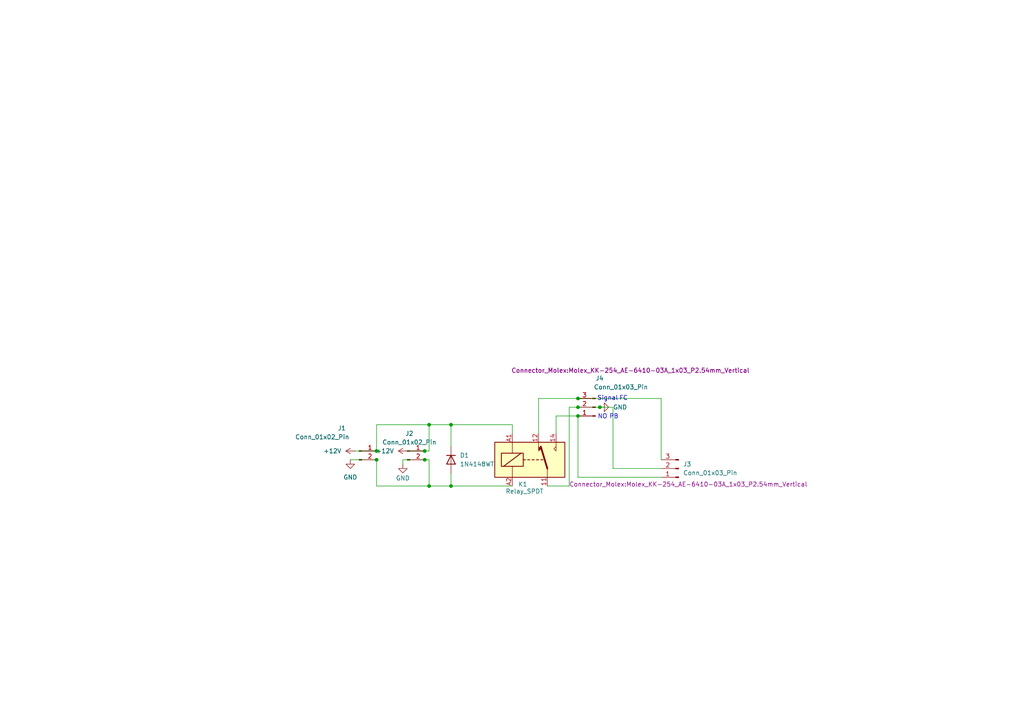
<source format=kicad_sch>
(kicad_sch
	(version 20250114)
	(generator "eeschema")
	(generator_version "9.0")
	(uuid "6b5e11c5-042c-4871-8828-d1d1e7f237a0")
	(paper "A4")
	(lib_symbols
		(symbol "Connector:Conn_01x02_Pin"
			(pin_names
				(offset 1.016)
				(hide yes)
			)
			(exclude_from_sim no)
			(in_bom yes)
			(on_board yes)
			(property "Reference" "J"
				(at 0 2.54 0)
				(effects
					(font
						(size 1.27 1.27)
					)
				)
			)
			(property "Value" "Conn_01x02_Pin"
				(at 0 -5.08 0)
				(effects
					(font
						(size 1.27 1.27)
					)
				)
			)
			(property "Footprint" ""
				(at 0 0 0)
				(effects
					(font
						(size 1.27 1.27)
					)
					(hide yes)
				)
			)
			(property "Datasheet" "~"
				(at 0 0 0)
				(effects
					(font
						(size 1.27 1.27)
					)
					(hide yes)
				)
			)
			(property "Description" "Generic connector, single row, 01x02, script generated"
				(at 0 0 0)
				(effects
					(font
						(size 1.27 1.27)
					)
					(hide yes)
				)
			)
			(property "ki_locked" ""
				(at 0 0 0)
				(effects
					(font
						(size 1.27 1.27)
					)
				)
			)
			(property "ki_keywords" "connector"
				(at 0 0 0)
				(effects
					(font
						(size 1.27 1.27)
					)
					(hide yes)
				)
			)
			(property "ki_fp_filters" "Connector*:*_1x??_*"
				(at 0 0 0)
				(effects
					(font
						(size 1.27 1.27)
					)
					(hide yes)
				)
			)
			(symbol "Conn_01x02_Pin_1_1"
				(rectangle
					(start 0.8636 0.127)
					(end 0 -0.127)
					(stroke
						(width 0.1524)
						(type default)
					)
					(fill
						(type outline)
					)
				)
				(rectangle
					(start 0.8636 -2.413)
					(end 0 -2.667)
					(stroke
						(width 0.1524)
						(type default)
					)
					(fill
						(type outline)
					)
				)
				(polyline
					(pts
						(xy 1.27 0) (xy 0.8636 0)
					)
					(stroke
						(width 0.1524)
						(type default)
					)
					(fill
						(type none)
					)
				)
				(polyline
					(pts
						(xy 1.27 -2.54) (xy 0.8636 -2.54)
					)
					(stroke
						(width 0.1524)
						(type default)
					)
					(fill
						(type none)
					)
				)
				(pin passive line
					(at 5.08 0 180)
					(length 3.81)
					(name "Pin_1"
						(effects
							(font
								(size 1.27 1.27)
							)
						)
					)
					(number "1"
						(effects
							(font
								(size 1.27 1.27)
							)
						)
					)
				)
				(pin passive line
					(at 5.08 -2.54 180)
					(length 3.81)
					(name "Pin_2"
						(effects
							(font
								(size 1.27 1.27)
							)
						)
					)
					(number "2"
						(effects
							(font
								(size 1.27 1.27)
							)
						)
					)
				)
			)
			(embedded_fonts no)
		)
		(symbol "Connector:Conn_01x03_Pin"
			(pin_names
				(offset 1.016)
				(hide yes)
			)
			(exclude_from_sim no)
			(in_bom yes)
			(on_board yes)
			(property "Reference" "J"
				(at 0 5.08 0)
				(effects
					(font
						(size 1.27 1.27)
					)
				)
			)
			(property "Value" "Conn_01x03_Pin"
				(at 0 -5.08 0)
				(effects
					(font
						(size 1.27 1.27)
					)
				)
			)
			(property "Footprint" ""
				(at 0 0 0)
				(effects
					(font
						(size 1.27 1.27)
					)
					(hide yes)
				)
			)
			(property "Datasheet" "~"
				(at 0 0 0)
				(effects
					(font
						(size 1.27 1.27)
					)
					(hide yes)
				)
			)
			(property "Description" "Generic connector, single row, 01x03, script generated"
				(at 0 0 0)
				(effects
					(font
						(size 1.27 1.27)
					)
					(hide yes)
				)
			)
			(property "ki_locked" ""
				(at 0 0 0)
				(effects
					(font
						(size 1.27 1.27)
					)
				)
			)
			(property "ki_keywords" "connector"
				(at 0 0 0)
				(effects
					(font
						(size 1.27 1.27)
					)
					(hide yes)
				)
			)
			(property "ki_fp_filters" "Connector*:*_1x??_*"
				(at 0 0 0)
				(effects
					(font
						(size 1.27 1.27)
					)
					(hide yes)
				)
			)
			(symbol "Conn_01x03_Pin_1_1"
				(rectangle
					(start 0.8636 2.667)
					(end 0 2.413)
					(stroke
						(width 0.1524)
						(type default)
					)
					(fill
						(type outline)
					)
				)
				(rectangle
					(start 0.8636 0.127)
					(end 0 -0.127)
					(stroke
						(width 0.1524)
						(type default)
					)
					(fill
						(type outline)
					)
				)
				(rectangle
					(start 0.8636 -2.413)
					(end 0 -2.667)
					(stroke
						(width 0.1524)
						(type default)
					)
					(fill
						(type outline)
					)
				)
				(polyline
					(pts
						(xy 1.27 2.54) (xy 0.8636 2.54)
					)
					(stroke
						(width 0.1524)
						(type default)
					)
					(fill
						(type none)
					)
				)
				(polyline
					(pts
						(xy 1.27 0) (xy 0.8636 0)
					)
					(stroke
						(width 0.1524)
						(type default)
					)
					(fill
						(type none)
					)
				)
				(polyline
					(pts
						(xy 1.27 -2.54) (xy 0.8636 -2.54)
					)
					(stroke
						(width 0.1524)
						(type default)
					)
					(fill
						(type none)
					)
				)
				(pin passive line
					(at 5.08 2.54 180)
					(length 3.81)
					(name "Pin_1"
						(effects
							(font
								(size 1.27 1.27)
							)
						)
					)
					(number "1"
						(effects
							(font
								(size 1.27 1.27)
							)
						)
					)
				)
				(pin passive line
					(at 5.08 0 180)
					(length 3.81)
					(name "Pin_2"
						(effects
							(font
								(size 1.27 1.27)
							)
						)
					)
					(number "2"
						(effects
							(font
								(size 1.27 1.27)
							)
						)
					)
				)
				(pin passive line
					(at 5.08 -2.54 180)
					(length 3.81)
					(name "Pin_3"
						(effects
							(font
								(size 1.27 1.27)
							)
						)
					)
					(number "3"
						(effects
							(font
								(size 1.27 1.27)
							)
						)
					)
				)
			)
			(embedded_fonts no)
		)
		(symbol "Diode:1N4148WT"
			(pin_numbers
				(hide yes)
			)
			(pin_names
				(hide yes)
			)
			(exclude_from_sim no)
			(in_bom yes)
			(on_board yes)
			(property "Reference" "D"
				(at 0 2.54 0)
				(effects
					(font
						(size 1.27 1.27)
					)
				)
			)
			(property "Value" "1N4148WT"
				(at 0 -2.54 0)
				(effects
					(font
						(size 1.27 1.27)
					)
				)
			)
			(property "Footprint" "Diode_SMD:D_SOD-523"
				(at 0 -4.445 0)
				(effects
					(font
						(size 1.27 1.27)
					)
					(hide yes)
				)
			)
			(property "Datasheet" "https://www.diodes.com/assets/Datasheets/ds30396.pdf"
				(at 0 0 0)
				(effects
					(font
						(size 1.27 1.27)
					)
					(hide yes)
				)
			)
			(property "Description" "75V 0.15A Fast switching Diode, SOD-523"
				(at 0 0 0)
				(effects
					(font
						(size 1.27 1.27)
					)
					(hide yes)
				)
			)
			(property "Sim.Device" "D"
				(at 0 0 0)
				(effects
					(font
						(size 1.27 1.27)
					)
					(hide yes)
				)
			)
			(property "Sim.Pins" "1=K 2=A"
				(at 0 0 0)
				(effects
					(font
						(size 1.27 1.27)
					)
					(hide yes)
				)
			)
			(property "ki_keywords" "diode"
				(at 0 0 0)
				(effects
					(font
						(size 1.27 1.27)
					)
					(hide yes)
				)
			)
			(property "ki_fp_filters" "D*SOD?523*"
				(at 0 0 0)
				(effects
					(font
						(size 1.27 1.27)
					)
					(hide yes)
				)
			)
			(symbol "1N4148WT_0_1"
				(polyline
					(pts
						(xy -1.27 1.27) (xy -1.27 -1.27)
					)
					(stroke
						(width 0.254)
						(type default)
					)
					(fill
						(type none)
					)
				)
				(polyline
					(pts
						(xy 1.27 1.27) (xy 1.27 -1.27) (xy -1.27 0) (xy 1.27 1.27)
					)
					(stroke
						(width 0.254)
						(type default)
					)
					(fill
						(type none)
					)
				)
				(polyline
					(pts
						(xy 1.27 0) (xy -1.27 0)
					)
					(stroke
						(width 0)
						(type default)
					)
					(fill
						(type none)
					)
				)
			)
			(symbol "1N4148WT_1_1"
				(pin passive line
					(at -3.81 0 0)
					(length 2.54)
					(name "K"
						(effects
							(font
								(size 1.27 1.27)
							)
						)
					)
					(number "1"
						(effects
							(font
								(size 1.27 1.27)
							)
						)
					)
				)
				(pin passive line
					(at 3.81 0 180)
					(length 2.54)
					(name "A"
						(effects
							(font
								(size 1.27 1.27)
							)
						)
					)
					(number "2"
						(effects
							(font
								(size 1.27 1.27)
							)
						)
					)
				)
			)
			(embedded_fonts no)
		)
		(symbol "Relay:Relay_SPDT"
			(exclude_from_sim no)
			(in_bom yes)
			(on_board yes)
			(property "Reference" "K"
				(at 11.43 3.81 0)
				(effects
					(font
						(size 1.27 1.27)
					)
					(justify left)
				)
			)
			(property "Value" "Relay_SPDT"
				(at 11.43 1.27 0)
				(effects
					(font
						(size 1.27 1.27)
					)
					(justify left)
				)
			)
			(property "Footprint" ""
				(at 11.43 -1.27 0)
				(effects
					(font
						(size 1.27 1.27)
					)
					(justify left)
					(hide yes)
				)
			)
			(property "Datasheet" "~"
				(at 0 0 0)
				(effects
					(font
						(size 1.27 1.27)
					)
					(hide yes)
				)
			)
			(property "Description" "Relay SPDT, monostable, EN50005"
				(at 0 0 0)
				(effects
					(font
						(size 1.27 1.27)
					)
					(hide yes)
				)
			)
			(property "ki_keywords" "1P2T 1-Form-C single pole throw"
				(at 0 0 0)
				(effects
					(font
						(size 1.27 1.27)
					)
					(hide yes)
				)
			)
			(property "ki_fp_filters" "Relay?SPDT*"
				(at 0 0 0)
				(effects
					(font
						(size 1.27 1.27)
					)
					(hide yes)
				)
			)
			(symbol "Relay_SPDT_0_0"
				(polyline
					(pts
						(xy 7.62 5.08) (xy 7.62 2.54) (xy 6.985 3.175) (xy 7.62 3.81)
					)
					(stroke
						(width 0)
						(type default)
					)
					(fill
						(type none)
					)
				)
			)
			(symbol "Relay_SPDT_0_1"
				(rectangle
					(start -10.16 5.08)
					(end 10.16 -5.08)
					(stroke
						(width 0.254)
						(type default)
					)
					(fill
						(type background)
					)
				)
				(rectangle
					(start -8.255 1.905)
					(end -1.905 -1.905)
					(stroke
						(width 0.254)
						(type default)
					)
					(fill
						(type none)
					)
				)
				(polyline
					(pts
						(xy -7.62 -1.905) (xy -2.54 1.905)
					)
					(stroke
						(width 0.254)
						(type default)
					)
					(fill
						(type none)
					)
				)
				(polyline
					(pts
						(xy -5.08 5.08) (xy -5.08 1.905)
					)
					(stroke
						(width 0)
						(type default)
					)
					(fill
						(type none)
					)
				)
				(polyline
					(pts
						(xy -5.08 -5.08) (xy -5.08 -1.905)
					)
					(stroke
						(width 0)
						(type default)
					)
					(fill
						(type none)
					)
				)
				(polyline
					(pts
						(xy -1.905 0) (xy -1.27 0)
					)
					(stroke
						(width 0.254)
						(type default)
					)
					(fill
						(type none)
					)
				)
				(polyline
					(pts
						(xy -0.635 0) (xy 0 0)
					)
					(stroke
						(width 0.254)
						(type default)
					)
					(fill
						(type none)
					)
				)
				(polyline
					(pts
						(xy 0.635 0) (xy 1.27 0)
					)
					(stroke
						(width 0.254)
						(type default)
					)
					(fill
						(type none)
					)
				)
				(polyline
					(pts
						(xy 1.905 0) (xy 2.54 0)
					)
					(stroke
						(width 0.254)
						(type default)
					)
					(fill
						(type none)
					)
				)
				(polyline
					(pts
						(xy 2.54 5.08) (xy 2.54 2.54) (xy 3.175 3.175) (xy 2.54 3.81)
					)
					(stroke
						(width 0)
						(type default)
					)
					(fill
						(type outline)
					)
				)
				(polyline
					(pts
						(xy 3.175 0) (xy 3.81 0)
					)
					(stroke
						(width 0.254)
						(type default)
					)
					(fill
						(type none)
					)
				)
				(polyline
					(pts
						(xy 5.08 -2.54) (xy 3.175 3.81)
					)
					(stroke
						(width 0.508)
						(type default)
					)
					(fill
						(type none)
					)
				)
				(polyline
					(pts
						(xy 5.08 -2.54) (xy 5.08 -5.08)
					)
					(stroke
						(width 0)
						(type default)
					)
					(fill
						(type none)
					)
				)
			)
			(symbol "Relay_SPDT_1_1"
				(pin passive line
					(at -5.08 7.62 270)
					(length 2.54)
					(name "~"
						(effects
							(font
								(size 1.27 1.27)
							)
						)
					)
					(number "A1"
						(effects
							(font
								(size 1.27 1.27)
							)
						)
					)
				)
				(pin passive line
					(at -5.08 -7.62 90)
					(length 2.54)
					(name "~"
						(effects
							(font
								(size 1.27 1.27)
							)
						)
					)
					(number "A2"
						(effects
							(font
								(size 1.27 1.27)
							)
						)
					)
				)
				(pin passive line
					(at 2.54 7.62 270)
					(length 2.54)
					(name "~"
						(effects
							(font
								(size 1.27 1.27)
							)
						)
					)
					(number "12"
						(effects
							(font
								(size 1.27 1.27)
							)
						)
					)
				)
				(pin passive line
					(at 5.08 -7.62 90)
					(length 2.54)
					(name "~"
						(effects
							(font
								(size 1.27 1.27)
							)
						)
					)
					(number "11"
						(effects
							(font
								(size 1.27 1.27)
							)
						)
					)
				)
				(pin passive line
					(at 7.62 7.62 270)
					(length 2.54)
					(name "~"
						(effects
							(font
								(size 1.27 1.27)
							)
						)
					)
					(number "14"
						(effects
							(font
								(size 1.27 1.27)
							)
						)
					)
				)
			)
			(embedded_fonts no)
		)
		(symbol "power:+12V"
			(power)
			(pin_numbers
				(hide yes)
			)
			(pin_names
				(offset 0)
				(hide yes)
			)
			(exclude_from_sim no)
			(in_bom yes)
			(on_board yes)
			(property "Reference" "#PWR"
				(at 0 -3.81 0)
				(effects
					(font
						(size 1.27 1.27)
					)
					(hide yes)
				)
			)
			(property "Value" "+12V"
				(at 0 3.556 0)
				(effects
					(font
						(size 1.27 1.27)
					)
				)
			)
			(property "Footprint" ""
				(at 0 0 0)
				(effects
					(font
						(size 1.27 1.27)
					)
					(hide yes)
				)
			)
			(property "Datasheet" ""
				(at 0 0 0)
				(effects
					(font
						(size 1.27 1.27)
					)
					(hide yes)
				)
			)
			(property "Description" "Power symbol creates a global label with name \"+12V\""
				(at 0 0 0)
				(effects
					(font
						(size 1.27 1.27)
					)
					(hide yes)
				)
			)
			(property "ki_keywords" "global power"
				(at 0 0 0)
				(effects
					(font
						(size 1.27 1.27)
					)
					(hide yes)
				)
			)
			(symbol "+12V_0_1"
				(polyline
					(pts
						(xy -0.762 1.27) (xy 0 2.54)
					)
					(stroke
						(width 0)
						(type default)
					)
					(fill
						(type none)
					)
				)
				(polyline
					(pts
						(xy 0 2.54) (xy 0.762 1.27)
					)
					(stroke
						(width 0)
						(type default)
					)
					(fill
						(type none)
					)
				)
				(polyline
					(pts
						(xy 0 0) (xy 0 2.54)
					)
					(stroke
						(width 0)
						(type default)
					)
					(fill
						(type none)
					)
				)
			)
			(symbol "+12V_1_1"
				(pin power_in line
					(at 0 0 90)
					(length 0)
					(name "~"
						(effects
							(font
								(size 1.27 1.27)
							)
						)
					)
					(number "1"
						(effects
							(font
								(size 1.27 1.27)
							)
						)
					)
				)
			)
			(embedded_fonts no)
		)
		(symbol "power:GND"
			(power)
			(pin_numbers
				(hide yes)
			)
			(pin_names
				(offset 0)
				(hide yes)
			)
			(exclude_from_sim no)
			(in_bom yes)
			(on_board yes)
			(property "Reference" "#PWR"
				(at 0 -6.35 0)
				(effects
					(font
						(size 1.27 1.27)
					)
					(hide yes)
				)
			)
			(property "Value" "GND"
				(at 0 -3.81 0)
				(effects
					(font
						(size 1.27 1.27)
					)
				)
			)
			(property "Footprint" ""
				(at 0 0 0)
				(effects
					(font
						(size 1.27 1.27)
					)
					(hide yes)
				)
			)
			(property "Datasheet" ""
				(at 0 0 0)
				(effects
					(font
						(size 1.27 1.27)
					)
					(hide yes)
				)
			)
			(property "Description" "Power symbol creates a global label with name \"GND\" , ground"
				(at 0 0 0)
				(effects
					(font
						(size 1.27 1.27)
					)
					(hide yes)
				)
			)
			(property "ki_keywords" "global power"
				(at 0 0 0)
				(effects
					(font
						(size 1.27 1.27)
					)
					(hide yes)
				)
			)
			(symbol "GND_0_1"
				(polyline
					(pts
						(xy 0 0) (xy 0 -1.27) (xy 1.27 -1.27) (xy 0 -2.54) (xy -1.27 -1.27) (xy 0 -1.27)
					)
					(stroke
						(width 0)
						(type default)
					)
					(fill
						(type none)
					)
				)
			)
			(symbol "GND_1_1"
				(pin power_in line
					(at 0 0 270)
					(length 0)
					(name "~"
						(effects
							(font
								(size 1.27 1.27)
							)
						)
					)
					(number "1"
						(effects
							(font
								(size 1.27 1.27)
							)
						)
					)
				)
			)
			(embedded_fonts no)
		)
	)
	(text "Signal"
		(exclude_from_sim no)
		(at 176.276 115.57 0)
		(effects
			(font
				(size 1.27 1.27)
			)
		)
		(uuid "26745a48-4f1b-4dea-a828-0dd59909b98a")
	)
	(text "NO"
		(exclude_from_sim no)
		(at 174.752 120.904 0)
		(effects
			(font
				(size 1.27 1.27)
			)
		)
		(uuid "db07c55b-726a-45e7-ab01-de0e3347cb28")
	)
	(text "FC"
		(exclude_from_sim no)
		(at 180.848 115.57 0)
		(effects
			(font
				(size 1.27 1.27)
			)
		)
		(uuid "fe579416-436f-405e-9733-b7216a610f50")
	)
	(text "PB"
		(exclude_from_sim no)
		(at 178.054 120.904 0)
		(effects
			(font
				(size 1.27 1.27)
			)
		)
		(uuid "ff9c6b2f-71bd-4a3c-bf62-cbe95bb40a79")
	)
	(junction
		(at 167.64 115.57)
		(diameter 0)
		(color 0 0 0 0)
		(uuid "0c1e038c-60b5-46b7-a1a7-792044dfd387")
	)
	(junction
		(at 167.64 120.65)
		(diameter 0)
		(color 0 0 0 0)
		(uuid "0c46406c-206f-45d4-bfdf-c2be843d18b5")
	)
	(junction
		(at 124.46 123.19)
		(diameter 0)
		(color 0 0 0 0)
		(uuid "11ae1b81-83fb-47fe-b025-2f4886fda3a5")
	)
	(junction
		(at 123.19 130.81)
		(diameter 0)
		(color 0 0 0 0)
		(uuid "2b2bc290-2871-4f67-b0cf-5d05c3801dcb")
	)
	(junction
		(at 167.64 118.11)
		(diameter 0)
		(color 0 0 0 0)
		(uuid "3109b2e5-0ada-4eb0-a9d6-182377324e63")
	)
	(junction
		(at 123.19 133.35)
		(diameter 0)
		(color 0 0 0 0)
		(uuid "89d40e4e-dfba-438a-93f2-e8c5f77ede58")
	)
	(junction
		(at 109.22 130.81)
		(diameter 0)
		(color 0 0 0 0)
		(uuid "8e069f54-fdae-45c5-ba6d-007e6def640a")
	)
	(junction
		(at 130.81 140.97)
		(diameter 0)
		(color 0 0 0 0)
		(uuid "9e4626c5-030c-4023-ad81-9ffc62b7acb3")
	)
	(junction
		(at 173.99 118.11)
		(diameter 0)
		(color 0 0 0 0)
		(uuid "b13efec2-3787-45fe-8e56-9a687ce93300")
	)
	(junction
		(at 130.81 123.19)
		(diameter 0)
		(color 0 0 0 0)
		(uuid "b1e9bcc2-fb9c-415d-b04a-a156cc2664f1")
	)
	(junction
		(at 124.46 140.97)
		(diameter 0)
		(color 0 0 0 0)
		(uuid "c585efeb-5621-4d22-8467-0836e104f1a1")
	)
	(junction
		(at 109.22 133.35)
		(diameter 0)
		(color 0 0 0 0)
		(uuid "f263d952-41b9-4f0a-914f-4ba3314c0f3e")
	)
	(wire
		(pts
			(xy 130.81 123.19) (xy 148.59 123.19)
		)
		(stroke
			(width 0)
			(type default)
		)
		(uuid "04b2500e-3031-451e-8213-c39d4ed53a14")
	)
	(wire
		(pts
			(xy 167.64 120.65) (xy 167.64 138.43)
		)
		(stroke
			(width 0)
			(type default)
		)
		(uuid "059d67b2-b375-4a1b-94bc-8382ef081f90")
	)
	(wire
		(pts
			(xy 109.22 140.97) (xy 124.46 140.97)
		)
		(stroke
			(width 0)
			(type default)
		)
		(uuid "05da71e8-9e4d-4a8e-83c7-bf31891954ff")
	)
	(wire
		(pts
			(xy 109.22 130.81) (xy 109.22 123.19)
		)
		(stroke
			(width 0)
			(type default)
		)
		(uuid "12672dbd-ea4a-423e-89b4-82107c1fa259")
	)
	(wire
		(pts
			(xy 167.64 120.65) (xy 161.29 120.65)
		)
		(stroke
			(width 0)
			(type default)
		)
		(uuid "185169f3-b4e1-4043-ba09-586f8a9f205a")
	)
	(wire
		(pts
			(xy 116.84 133.35) (xy 116.84 134.62)
		)
		(stroke
			(width 0)
			(type default)
		)
		(uuid "1cfb9ef1-d0e8-44cc-b4ed-8204e4d1e2df")
	)
	(wire
		(pts
			(xy 124.46 130.81) (xy 123.19 130.81)
		)
		(stroke
			(width 0)
			(type default)
		)
		(uuid "2697be7a-89ec-4ea9-8f3c-b74098e8b85f")
	)
	(wire
		(pts
			(xy 177.8 135.89) (xy 191.77 135.89)
		)
		(stroke
			(width 0)
			(type default)
		)
		(uuid "2f4c32fc-db32-4d72-90f7-7bdec462653f")
	)
	(wire
		(pts
			(xy 130.81 123.19) (xy 130.81 129.54)
		)
		(stroke
			(width 0)
			(type default)
		)
		(uuid "2f53ffd8-8e36-4cfb-b7bb-5fa066278f48")
	)
	(wire
		(pts
			(xy 167.64 118.11) (xy 165.1 118.11)
		)
		(stroke
			(width 0)
			(type default)
		)
		(uuid "36a8c143-bdf7-4cc0-b241-9c16941aa859")
	)
	(wire
		(pts
			(xy 167.64 118.11) (xy 173.99 118.11)
		)
		(stroke
			(width 0)
			(type default)
		)
		(uuid "3994e1ac-a523-4432-8de5-5e7584b4503b")
	)
	(wire
		(pts
			(xy 116.84 133.35) (xy 123.19 133.35)
		)
		(stroke
			(width 0)
			(type default)
		)
		(uuid "3a3cb7ee-0ce0-4197-99b2-e0ed8678274e")
	)
	(wire
		(pts
			(xy 123.19 133.35) (xy 124.46 133.35)
		)
		(stroke
			(width 0)
			(type default)
		)
		(uuid "3d233338-cce9-4a8f-9624-e287677138b5")
	)
	(wire
		(pts
			(xy 109.22 123.19) (xy 124.46 123.19)
		)
		(stroke
			(width 0)
			(type default)
		)
		(uuid "3f1854e4-794c-4e22-b024-e2cb0be9dd59")
	)
	(wire
		(pts
			(xy 167.64 138.43) (xy 191.77 138.43)
		)
		(stroke
			(width 0)
			(type default)
		)
		(uuid "5290eea0-c663-4617-b3ea-d053688049ab")
	)
	(wire
		(pts
			(xy 101.6 133.35) (xy 109.22 133.35)
		)
		(stroke
			(width 0)
			(type default)
		)
		(uuid "569cd129-8e0a-4451-a206-5223c7895d1d")
	)
	(wire
		(pts
			(xy 124.46 133.35) (xy 124.46 140.97)
		)
		(stroke
			(width 0)
			(type default)
		)
		(uuid "59b30807-8be6-469b-a865-7f96159a5f74")
	)
	(wire
		(pts
			(xy 148.59 123.19) (xy 148.59 125.73)
		)
		(stroke
			(width 0)
			(type default)
		)
		(uuid "5c4cc065-6f64-4a92-b06a-4b0a215f191c")
	)
	(wire
		(pts
			(xy 167.64 115.57) (xy 191.77 115.57)
		)
		(stroke
			(width 0)
			(type default)
		)
		(uuid "785ce16f-4c53-4a98-adcf-fd4efdeaa6d4")
	)
	(wire
		(pts
			(xy 165.1 140.97) (xy 158.75 140.97)
		)
		(stroke
			(width 0)
			(type default)
		)
		(uuid "7de1b8f1-66a3-4665-a27c-2e0f31dce9bc")
	)
	(wire
		(pts
			(xy 173.99 118.11) (xy 177.8 118.11)
		)
		(stroke
			(width 0)
			(type default)
		)
		(uuid "830c06f1-0a7c-4289-a8e2-e0d9c246c5c7")
	)
	(wire
		(pts
			(xy 161.29 120.65) (xy 161.29 125.73)
		)
		(stroke
			(width 0)
			(type default)
		)
		(uuid "888c5878-452f-4ebd-9892-d77d0fa02e2e")
	)
	(wire
		(pts
			(xy 130.81 140.97) (xy 148.59 140.97)
		)
		(stroke
			(width 0)
			(type default)
		)
		(uuid "9a4bcd14-2725-436f-a125-4d32302eef32")
	)
	(wire
		(pts
			(xy 156.21 115.57) (xy 156.21 125.73)
		)
		(stroke
			(width 0)
			(type default)
		)
		(uuid "a0aa9c27-0e1b-459d-9420-ec1778f4e4ca")
	)
	(wire
		(pts
			(xy 167.64 115.57) (xy 156.21 115.57)
		)
		(stroke
			(width 0)
			(type default)
		)
		(uuid "a136c005-9100-40e0-9124-56fdd1e51860")
	)
	(wire
		(pts
			(xy 109.22 133.35) (xy 109.22 140.97)
		)
		(stroke
			(width 0)
			(type default)
		)
		(uuid "a1cbb8b4-0caf-491c-acf1-214842e3dd4c")
	)
	(wire
		(pts
			(xy 124.46 123.19) (xy 130.81 123.19)
		)
		(stroke
			(width 0)
			(type default)
		)
		(uuid "a6256b87-4619-4ec7-88bc-3c1f51ed3acc")
	)
	(wire
		(pts
			(xy 102.87 130.81) (xy 109.22 130.81)
		)
		(stroke
			(width 0)
			(type default)
		)
		(uuid "b1f9b2b1-a617-4ea3-8aac-08448f18d0d5")
	)
	(wire
		(pts
			(xy 124.46 140.97) (xy 130.81 140.97)
		)
		(stroke
			(width 0)
			(type default)
		)
		(uuid "bcd819e9-12e4-422c-9c8c-70dc9af2beeb")
	)
	(wire
		(pts
			(xy 165.1 118.11) (xy 165.1 140.97)
		)
		(stroke
			(width 0)
			(type default)
		)
		(uuid "d888423f-3daa-42f4-806f-ea7443cde717")
	)
	(wire
		(pts
			(xy 191.77 115.57) (xy 191.77 133.35)
		)
		(stroke
			(width 0)
			(type default)
		)
		(uuid "dc04454f-59aa-4f93-bf7b-d01b648510b1")
	)
	(wire
		(pts
			(xy 118.11 130.81) (xy 123.19 130.81)
		)
		(stroke
			(width 0)
			(type default)
		)
		(uuid "f04fd52d-481c-40d2-9c00-5145ce80de4d")
	)
	(wire
		(pts
			(xy 130.81 137.16) (xy 130.81 140.97)
		)
		(stroke
			(width 0)
			(type default)
		)
		(uuid "f6ee26b5-3fa1-467c-b90a-f3f90ba1f4cf")
	)
	(wire
		(pts
			(xy 177.8 118.11) (xy 177.8 135.89)
		)
		(stroke
			(width 0)
			(type default)
		)
		(uuid "faf10dd8-0c36-4105-9d09-91a8e6e43c90")
	)
	(wire
		(pts
			(xy 124.46 123.19) (xy 124.46 130.81)
		)
		(stroke
			(width 0)
			(type default)
		)
		(uuid "ff636342-a473-4cdf-919b-7932893cbbae")
	)
	(symbol
		(lib_id "power:+12V")
		(at 118.11 130.81 90)
		(unit 1)
		(exclude_from_sim no)
		(in_bom yes)
		(on_board yes)
		(dnp no)
		(fields_autoplaced yes)
		(uuid "072f5950-69e7-424f-a1f3-0876b5cbaa49")
		(property "Reference" "#PWR04"
			(at 121.92 130.81 0)
			(effects
				(font
					(size 1.27 1.27)
				)
				(hide yes)
			)
		)
		(property "Value" "+12V"
			(at 114.3 130.8099 90)
			(effects
				(font
					(size 1.27 1.27)
				)
				(justify left)
			)
		)
		(property "Footprint" ""
			(at 118.11 130.81 0)
			(effects
				(font
					(size 1.27 1.27)
				)
				(hide yes)
			)
		)
		(property "Datasheet" ""
			(at 118.11 130.81 0)
			(effects
				(font
					(size 1.27 1.27)
				)
				(hide yes)
			)
		)
		(property "Description" "Power symbol creates a global label with name \"+12V\""
			(at 118.11 130.81 0)
			(effects
				(font
					(size 1.27 1.27)
				)
				(hide yes)
			)
		)
		(pin "1"
			(uuid "f7a60b3d-714a-4a8a-b5c7-bf7e6d46e96f")
		)
		(instances
			(project ""
				(path "/6b5e11c5-042c-4871-8828-d1d1e7f237a0"
					(reference "#PWR04")
					(unit 1)
				)
			)
		)
	)
	(symbol
		(lib_id "power:GND")
		(at 101.6 133.35 0)
		(unit 1)
		(exclude_from_sim no)
		(in_bom yes)
		(on_board yes)
		(dnp no)
		(fields_autoplaced yes)
		(uuid "279f004e-93f4-44a4-aef8-01eb5ed336a1")
		(property "Reference" "#PWR01"
			(at 101.6 139.7 0)
			(effects
				(font
					(size 1.27 1.27)
				)
				(hide yes)
			)
		)
		(property "Value" "GND"
			(at 101.6 138.43 0)
			(effects
				(font
					(size 1.27 1.27)
				)
			)
		)
		(property "Footprint" ""
			(at 101.6 133.35 0)
			(effects
				(font
					(size 1.27 1.27)
				)
				(hide yes)
			)
		)
		(property "Datasheet" ""
			(at 101.6 133.35 0)
			(effects
				(font
					(size 1.27 1.27)
				)
				(hide yes)
			)
		)
		(property "Description" "Power symbol creates a global label with name \"GND\" , ground"
			(at 101.6 133.35 0)
			(effects
				(font
					(size 1.27 1.27)
				)
				(hide yes)
			)
		)
		(pin "1"
			(uuid "8ffb9de0-fb68-4083-a5f1-1b96d7afe800")
		)
		(instances
			(project ""
				(path "/6b5e11c5-042c-4871-8828-d1d1e7f237a0"
					(reference "#PWR01")
					(unit 1)
				)
			)
		)
	)
	(symbol
		(lib_id "Connector:Conn_01x02_Pin")
		(at 118.11 130.81 0)
		(unit 1)
		(exclude_from_sim no)
		(in_bom yes)
		(on_board yes)
		(dnp no)
		(fields_autoplaced yes)
		(uuid "50630162-e046-4470-a25f-10f57bc632de")
		(property "Reference" "J2"
			(at 118.745 125.73 0)
			(effects
				(font
					(size 1.27 1.27)
				)
			)
		)
		(property "Value" "Conn_01x02_Pin"
			(at 118.745 128.27 0)
			(effects
				(font
					(size 1.27 1.27)
				)
			)
		)
		(property "Footprint" "Connector_Molex:Molex_KK-254_AE-6410-02A_1x02_P2.54mm_Vertical"
			(at 118.11 130.81 0)
			(effects
				(font
					(size 1.27 1.27)
				)
				(hide yes)
			)
		)
		(property "Datasheet" "~"
			(at 118.11 130.81 0)
			(effects
				(font
					(size 1.27 1.27)
				)
				(hide yes)
			)
		)
		(property "Description" "Generic connector, single row, 01x02, script generated"
			(at 118.11 130.81 0)
			(effects
				(font
					(size 1.27 1.27)
				)
				(hide yes)
			)
		)
		(pin "2"
			(uuid "57cf082e-09a4-4574-9ae6-dbee3c18e090")
		)
		(pin "1"
			(uuid "31ac9ad3-88ef-40e5-8ac4-84daaa38d9ce")
		)
		(instances
			(project ""
				(path "/6b5e11c5-042c-4871-8828-d1d1e7f237a0"
					(reference "J2")
					(unit 1)
				)
			)
		)
	)
	(symbol
		(lib_id "Diode:1N4148WT")
		(at 130.81 133.35 270)
		(unit 1)
		(exclude_from_sim no)
		(in_bom yes)
		(on_board yes)
		(dnp no)
		(fields_autoplaced yes)
		(uuid "6661c18d-ff97-47f0-babd-29c9e71deaed")
		(property "Reference" "D1"
			(at 133.35 132.0799 90)
			(effects
				(font
					(size 1.27 1.27)
				)
				(justify left)
			)
		)
		(property "Value" "1N4148WT"
			(at 133.35 134.6199 90)
			(effects
				(font
					(size 1.27 1.27)
				)
				(justify left)
			)
		)
		(property "Footprint" "Diode_SMD:D_SOD-523"
			(at 126.365 133.35 0)
			(effects
				(font
					(size 1.27 1.27)
				)
				(hide yes)
			)
		)
		(property "Datasheet" "https://www.diodes.com/assets/Datasheets/ds30396.pdf"
			(at 130.81 133.35 0)
			(effects
				(font
					(size 1.27 1.27)
				)
				(hide yes)
			)
		)
		(property "Description" "75V 0.15A Fast switching Diode, SOD-523"
			(at 130.81 133.35 0)
			(effects
				(font
					(size 1.27 1.27)
				)
				(hide yes)
			)
		)
		(property "Sim.Device" "D"
			(at 130.81 133.35 0)
			(effects
				(font
					(size 1.27 1.27)
				)
				(hide yes)
			)
		)
		(property "Sim.Pins" "1=K 2=A"
			(at 130.81 133.35 0)
			(effects
				(font
					(size 1.27 1.27)
				)
				(hide yes)
			)
		)
		(pin "2"
			(uuid "6ebc9eab-acce-4238-8df1-1347b3611fbe")
		)
		(pin "1"
			(uuid "553a9977-f231-412e-bc7f-3ed39636a832")
		)
		(instances
			(project "Structure_PCB"
				(path "/6b5e11c5-042c-4871-8828-d1d1e7f237a0"
					(reference "D1")
					(unit 1)
				)
			)
		)
	)
	(symbol
		(lib_id "Connector:Conn_01x02_Pin")
		(at 104.14 130.81 0)
		(unit 1)
		(exclude_from_sim no)
		(in_bom yes)
		(on_board yes)
		(dnp no)
		(uuid "80f76585-080f-4ae4-9050-c85ea324db3d")
		(property "Reference" "J1"
			(at 100.33 124.206 0)
			(effects
				(font
					(size 1.27 1.27)
				)
				(justify right)
			)
		)
		(property "Value" "Conn_01x02_Pin"
			(at 101.346 126.746 0)
			(effects
				(font
					(size 1.27 1.27)
				)
				(justify right)
			)
		)
		(property "Footprint" "Connector_Molex:Molex_KK-254_AE-6410-02A_1x02_P2.54mm_Vertical"
			(at 104.14 130.81 0)
			(effects
				(font
					(size 1.27 1.27)
				)
				(hide yes)
			)
		)
		(property "Datasheet" "~"
			(at 104.14 130.81 0)
			(effects
				(font
					(size 1.27 1.27)
				)
				(hide yes)
			)
		)
		(property "Description" "Generic connector, single row, 01x02, script generated"
			(at 104.14 130.81 0)
			(effects
				(font
					(size 1.27 1.27)
				)
				(hide yes)
			)
		)
		(pin "2"
			(uuid "ca237695-4f80-4d16-9aef-ebf040cb0033")
		)
		(pin "1"
			(uuid "c512beb1-edcf-4175-990a-9b568122f37e")
		)
		(instances
			(project "Structure_PCB"
				(path "/6b5e11c5-042c-4871-8828-d1d1e7f237a0"
					(reference "J1")
					(unit 1)
				)
			)
		)
	)
	(symbol
		(lib_id "Connector:Conn_01x03_Pin")
		(at 196.85 135.89 180)
		(unit 1)
		(exclude_from_sim no)
		(in_bom yes)
		(on_board yes)
		(dnp no)
		(uuid "aabec8ee-ef35-406b-a33e-834e9f114b55")
		(property "Reference" "J3"
			(at 198.12 134.6199 0)
			(effects
				(font
					(size 1.27 1.27)
				)
				(justify right)
			)
		)
		(property "Value" "Conn_01x03_Pin"
			(at 198.12 137.1599 0)
			(effects
				(font
					(size 1.27 1.27)
				)
				(justify right)
			)
		)
		(property "Footprint" "Connector_Molex:Molex_KK-254_AE-6410-03A_1x03_P2.54mm_Vertical"
			(at 199.644 140.462 0)
			(effects
				(font
					(size 1.27 1.27)
				)
			)
		)
		(property "Datasheet" "~"
			(at 196.85 135.89 0)
			(effects
				(font
					(size 1.27 1.27)
				)
				(hide yes)
			)
		)
		(property "Description" "Generic connector, single row, 01x03, script generated"
			(at 196.85 135.89 0)
			(effects
				(font
					(size 1.27 1.27)
				)
				(hide yes)
			)
		)
		(pin "1"
			(uuid "8ba65095-c1c7-4fd4-9c15-2ab13de593f5")
		)
		(pin "2"
			(uuid "e0d1a6e8-e3af-4964-8fc2-390ab476cdcd")
		)
		(pin "3"
			(uuid "81196423-68f8-4495-8f76-4913503e51d7")
		)
		(instances
			(project ""
				(path "/6b5e11c5-042c-4871-8828-d1d1e7f237a0"
					(reference "J3")
					(unit 1)
				)
			)
		)
	)
	(symbol
		(lib_id "power:GND")
		(at 116.84 134.62 0)
		(unit 1)
		(exclude_from_sim no)
		(in_bom yes)
		(on_board yes)
		(dnp no)
		(uuid "db2c5913-8c42-4e58-a7ae-45a94a452223")
		(property "Reference" "#PWR02"
			(at 116.84 140.97 0)
			(effects
				(font
					(size 1.27 1.27)
				)
				(hide yes)
			)
		)
		(property "Value" "GND"
			(at 116.84 138.684 0)
			(effects
				(font
					(size 1.27 1.27)
				)
			)
		)
		(property "Footprint" ""
			(at 116.84 134.62 0)
			(effects
				(font
					(size 1.27 1.27)
				)
				(hide yes)
			)
		)
		(property "Datasheet" ""
			(at 116.84 134.62 0)
			(effects
				(font
					(size 1.27 1.27)
				)
				(hide yes)
			)
		)
		(property "Description" "Power symbol creates a global label with name \"GND\" , ground"
			(at 116.84 134.62 0)
			(effects
				(font
					(size 1.27 1.27)
				)
				(hide yes)
			)
		)
		(pin "1"
			(uuid "a20ca6f7-1e8f-456a-8da2-b92df72593c3")
		)
		(instances
			(project ""
				(path "/6b5e11c5-042c-4871-8828-d1d1e7f237a0"
					(reference "#PWR02")
					(unit 1)
				)
			)
		)
	)
	(symbol
		(lib_id "power:GND")
		(at 173.99 118.11 90)
		(unit 1)
		(exclude_from_sim no)
		(in_bom yes)
		(on_board yes)
		(dnp no)
		(fields_autoplaced yes)
		(uuid "ddae7529-4ded-4f3e-8c15-7a37e68f4420")
		(property "Reference" "#PWR05"
			(at 180.34 118.11 0)
			(effects
				(font
					(size 1.27 1.27)
				)
				(hide yes)
			)
		)
		(property "Value" "GND"
			(at 177.8 118.1099 90)
			(effects
				(font
					(size 1.27 1.27)
				)
				(justify right)
			)
		)
		(property "Footprint" ""
			(at 173.99 118.11 0)
			(effects
				(font
					(size 1.27 1.27)
				)
				(hide yes)
			)
		)
		(property "Datasheet" ""
			(at 173.99 118.11 0)
			(effects
				(font
					(size 1.27 1.27)
				)
				(hide yes)
			)
		)
		(property "Description" "Power symbol creates a global label with name \"GND\" , ground"
			(at 173.99 118.11 0)
			(effects
				(font
					(size 1.27 1.27)
				)
				(hide yes)
			)
		)
		(pin "1"
			(uuid "16113ea8-4716-4663-95f5-0aa2df9f570b")
		)
		(instances
			(project ""
				(path "/6b5e11c5-042c-4871-8828-d1d1e7f237a0"
					(reference "#PWR05")
					(unit 1)
				)
			)
		)
	)
	(symbol
		(lib_id "Relay:Relay_SPDT")
		(at 153.67 133.35 0)
		(unit 1)
		(exclude_from_sim no)
		(in_bom yes)
		(on_board yes)
		(dnp no)
		(uuid "e970b9c6-cb67-431d-be49-b25c742b83ec")
		(property "Reference" "K1"
			(at 151.638 140.462 0)
			(effects
				(font
					(size 1.27 1.27)
				)
			)
		)
		(property "Value" "Relay_SPDT"
			(at 152.146 142.494 0)
			(effects
				(font
					(size 1.27 1.27)
				)
			)
		)
		(property "Footprint" "Relay_THT:Relay_SPDT_Schrack-RT1-FormC_RM5mm"
			(at 165.1 134.62 0)
			(effects
				(font
					(size 1.27 1.27)
				)
				(justify left)
				(hide yes)
			)
		)
		(property "Datasheet" "~"
			(at 153.67 133.35 0)
			(effects
				(font
					(size 1.27 1.27)
				)
				(hide yes)
			)
		)
		(property "Description" "Relay SPDT, monostable, EN50005"
			(at 153.67 133.35 0)
			(effects
				(font
					(size 1.27 1.27)
				)
				(hide yes)
			)
		)
		(pin "A1"
			(uuid "349e3aee-b5dc-45da-87ca-a2ddfbb9933c")
		)
		(pin "14"
			(uuid "dfea28cc-f247-4962-8ced-f103f9d2603b")
		)
		(pin "A2"
			(uuid "4c1c0f5f-9c5b-40e9-8828-dac1f1146fcc")
		)
		(pin "12"
			(uuid "37a9d42e-822c-435d-a4b6-beea09136796")
		)
		(pin "11"
			(uuid "3678245e-0a9e-4a2e-a528-6f7effc536dc")
		)
		(instances
			(project "Structure_PCB"
				(path "/6b5e11c5-042c-4871-8828-d1d1e7f237a0"
					(reference "K1")
					(unit 1)
				)
			)
		)
	)
	(symbol
		(lib_id "Connector:Conn_01x03_Pin")
		(at 172.72 118.11 180)
		(unit 1)
		(exclude_from_sim no)
		(in_bom yes)
		(on_board yes)
		(dnp no)
		(uuid "f614e74d-b031-4893-86fc-b27255354f68")
		(property "Reference" "J4"
			(at 172.72 109.728 0)
			(effects
				(font
					(size 1.27 1.27)
				)
				(justify right)
			)
		)
		(property "Value" "Conn_01x03_Pin"
			(at 172.212 112.268 0)
			(effects
				(font
					(size 1.27 1.27)
				)
				(justify right)
			)
		)
		(property "Footprint" "Connector_Molex:Molex_KK-254_AE-6410-03A_1x03_P2.54mm_Vertical"
			(at 182.88 107.442 0)
			(effects
				(font
					(size 1.27 1.27)
				)
			)
		)
		(property "Datasheet" "~"
			(at 172.72 118.11 0)
			(effects
				(font
					(size 1.27 1.27)
				)
				(hide yes)
			)
		)
		(property "Description" "Generic connector, single row, 01x03, script generated"
			(at 172.72 118.11 0)
			(effects
				(font
					(size 1.27 1.27)
				)
				(hide yes)
			)
		)
		(pin "1"
			(uuid "c2133607-3961-4ad5-b2df-b83c6af21274")
		)
		(pin "2"
			(uuid "bea2163d-715e-4c3d-ade4-fc0b81e565b2")
		)
		(pin "3"
			(uuid "4c70f1b5-2a57-4645-8ba5-bac009420e47")
		)
		(instances
			(project "Structure_PCB"
				(path "/6b5e11c5-042c-4871-8828-d1d1e7f237a0"
					(reference "J4")
					(unit 1)
				)
			)
		)
	)
	(symbol
		(lib_id "power:+12V")
		(at 102.87 130.81 90)
		(unit 1)
		(exclude_from_sim no)
		(in_bom yes)
		(on_board yes)
		(dnp no)
		(fields_autoplaced yes)
		(uuid "f6e58efa-f0e9-47a5-894c-2423d10c14f0")
		(property "Reference" "#PWR03"
			(at 106.68 130.81 0)
			(effects
				(font
					(size 1.27 1.27)
				)
				(hide yes)
			)
		)
		(property "Value" "+12V"
			(at 99.06 130.8099 90)
			(effects
				(font
					(size 1.27 1.27)
				)
				(justify left)
			)
		)
		(property "Footprint" ""
			(at 102.87 130.81 0)
			(effects
				(font
					(size 1.27 1.27)
				)
				(hide yes)
			)
		)
		(property "Datasheet" ""
			(at 102.87 130.81 0)
			(effects
				(font
					(size 1.27 1.27)
				)
				(hide yes)
			)
		)
		(property "Description" "Power symbol creates a global label with name \"+12V\""
			(at 102.87 130.81 0)
			(effects
				(font
					(size 1.27 1.27)
				)
				(hide yes)
			)
		)
		(pin "1"
			(uuid "8594a272-ca7c-47b7-a5fc-20fb9ffecbec")
		)
		(instances
			(project ""
				(path "/6b5e11c5-042c-4871-8828-d1d1e7f237a0"
					(reference "#PWR03")
					(unit 1)
				)
			)
		)
	)
	(sheet_instances
		(path "/"
			(page "1")
		)
	)
	(embedded_fonts no)
)

</source>
